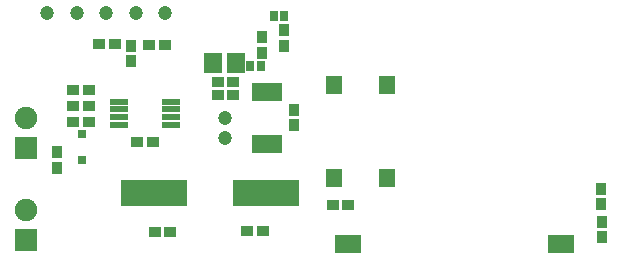
<source format=gbr>
G04 DipTrace 2.4.0.2*
%INÂåðõíÿÿìàñêà.gbr*%
%MOMM*%
%ADD47R,5.7X2.2*%
%ADD49C,1.9*%
%ADD51R,1.9X1.9*%
%ADD53R,1.6X0.6*%
%ADD55R,0.5X1.6*%
%ADD57C,1.2*%
%ADD59R,1.4X1.5*%
%ADD61R,2.2X1.5*%
%ADD63R,0.69X0.82*%
%ADD65R,0.8X0.8*%
%ADD67R,0.9X1.1*%
%ADD69R,1.1X0.9*%
%ADD71R,1.5X1.7*%
%FSLAX53Y53*%
G04*
G71*
G90*
G75*
G01*
%LNTopMask*%
%LPD*%
D71*
X27600Y26700D3*
X29500D3*
D69*
X28000Y24050D3*
X29300D3*
X28000Y25150D3*
X29300D3*
X19250Y28300D3*
X17950D3*
D67*
X31700Y27600D3*
Y28900D3*
D69*
X22475Y20075D3*
X21175D3*
X23950Y12450D3*
X22650D3*
D67*
X33600Y28200D3*
Y29500D3*
D69*
X30476Y12500D3*
X31776D3*
D67*
X60550Y13250D3*
Y11950D3*
X60450Y16050D3*
Y14750D3*
D65*
X16450Y18550D3*
Y20750D3*
D63*
X31610Y26450D3*
X30750D3*
X32720Y30680D3*
X33580D3*
D69*
X23500Y28250D3*
X22200D3*
D67*
X20650Y28150D3*
Y26850D3*
X34400Y21450D3*
Y22750D3*
D69*
X15750Y21750D3*
X17050D3*
X15750Y23050D3*
X17050D3*
D67*
X14350Y19150D3*
Y17850D3*
D69*
X17050Y24450D3*
X15750D3*
X39050Y14700D3*
X37750D3*
D61*
X57050Y11400D3*
X39050D3*
D59*
X42350Y24900D3*
X37850D3*
Y16950D3*
X42350D3*
D57*
X28600Y20350D3*
Y22100D3*
X23550Y30950D3*
X21050D3*
X18550D3*
X16050D3*
X13550D3*
D55*
X31150Y19850D3*
X31650D3*
X32150D3*
X32650D3*
X33150D3*
Y24250D3*
X32650D3*
X32150D3*
X31650D3*
X31150D3*
D53*
X24000Y21500D3*
Y22150D3*
Y22800D3*
Y23450D3*
X19600D3*
Y22800D3*
Y22150D3*
Y21500D3*
D51*
X11750Y11750D3*
D49*
Y14290D3*
D51*
Y19550D3*
D49*
Y22090D3*
D47*
X22600Y15750D3*
X32100D3*
M02*

</source>
